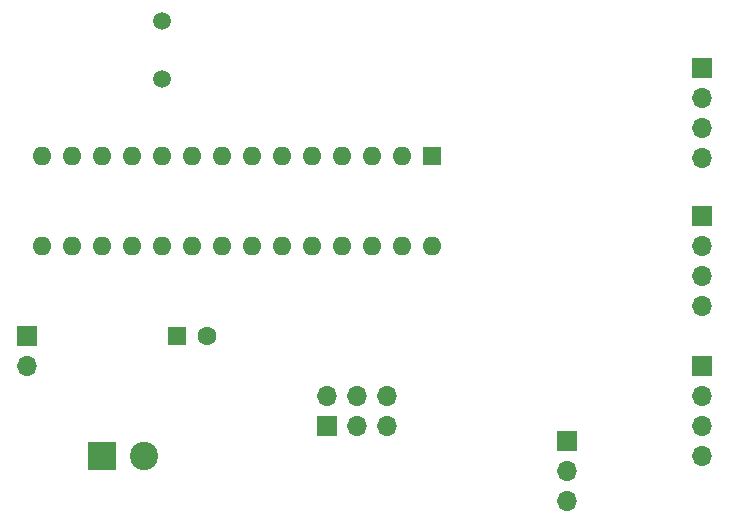
<source format=gbr>
%TF.GenerationSoftware,KiCad,Pcbnew,5.1.9+dfsg1-1+deb11u1*%
%TF.CreationDate,2022-11-29T20:17:50-05:00*%
%TF.ProjectId,Weather_Station_PCB,57656174-6865-4725-9f53-746174696f6e,rev?*%
%TF.SameCoordinates,Original*%
%TF.FileFunction,Soldermask,Bot*%
%TF.FilePolarity,Negative*%
%FSLAX46Y46*%
G04 Gerber Fmt 4.6, Leading zero omitted, Abs format (unit mm)*
G04 Created by KiCad (PCBNEW 5.1.9+dfsg1-1+deb11u1) date 2022-11-29 20:17:50*
%MOMM*%
%LPD*%
G01*
G04 APERTURE LIST*
%ADD10C,2.400000*%
%ADD11R,2.400000X2.400000*%
%ADD12C,1.600000*%
%ADD13R,1.600000X1.600000*%
%ADD14O,1.700000X1.700000*%
%ADD15R,1.700000X1.700000*%
%ADD16C,1.500000*%
%ADD17O,1.600000X1.600000*%
G04 APERTURE END LIST*
D10*
%TO.C,J8*%
X140660000Y-107950000D03*
D11*
X137160000Y-107950000D03*
%TD*%
D12*
%TO.C,C1*%
X146010000Y-97790000D03*
D13*
X143510000Y-97790000D03*
%TD*%
D14*
%TO.C,J7*%
X187960000Y-95250000D03*
X187960000Y-92710000D03*
X187960000Y-90170000D03*
D15*
X187960000Y-87630000D03*
%TD*%
D14*
%TO.C,J6*%
X187960000Y-82640000D03*
X187960000Y-80100000D03*
X187960000Y-77560000D03*
D15*
X187960000Y-75020000D03*
%TD*%
D14*
%TO.C,J5*%
X187960000Y-107950000D03*
X187960000Y-105410000D03*
X187960000Y-102870000D03*
D15*
X187960000Y-100330000D03*
%TD*%
D16*
%TO.C,J3*%
X142240000Y-76000000D03*
X142240000Y-71120000D03*
%TD*%
D17*
%TO.C,U1*%
X165100000Y-90170000D03*
X132080000Y-82550000D03*
X162560000Y-90170000D03*
X134620000Y-82550000D03*
X160020000Y-90170000D03*
X137160000Y-82550000D03*
X157480000Y-90170000D03*
X139700000Y-82550000D03*
X154940000Y-90170000D03*
X142240000Y-82550000D03*
X152400000Y-90170000D03*
X144780000Y-82550000D03*
X149860000Y-90170000D03*
X147320000Y-82550000D03*
X147320000Y-90170000D03*
X149860000Y-82550000D03*
X144780000Y-90170000D03*
X152400000Y-82550000D03*
X142240000Y-90170000D03*
X154940000Y-82550000D03*
X139700000Y-90170000D03*
X157480000Y-82550000D03*
X137160000Y-90170000D03*
X160020000Y-82550000D03*
X134620000Y-90170000D03*
X162560000Y-82550000D03*
X132080000Y-90170000D03*
D13*
X165100000Y-82550000D03*
%TD*%
D14*
%TO.C,J4*%
X176530000Y-111760000D03*
X176530000Y-109220000D03*
D15*
X176530000Y-106680000D03*
%TD*%
D14*
%TO.C,J2*%
X161290000Y-102870000D03*
X161290000Y-105410000D03*
X158750000Y-102870000D03*
X158750000Y-105410000D03*
X156210000Y-102870000D03*
D15*
X156210000Y-105410000D03*
%TD*%
D14*
%TO.C,J1*%
X130810000Y-100330000D03*
D15*
X130810000Y-97790000D03*
%TD*%
M02*

</source>
